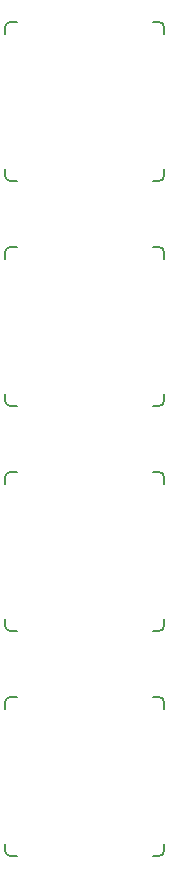
<source format=gbo>
%TF.GenerationSoftware,KiCad,Pcbnew,5.0.0+dfsg1-2*%
%TF.CreationDate,2019-02-10T19:26:03+01:00*%
%TF.ProjectId,yatara-puno-mx-4,7961746172612D70756E6F2D6D782D34,0.2*%
%TF.SameCoordinates,Original*%
%TF.FileFunction,Legend,Bot*%
%TF.FilePolarity,Positive*%
%FSLAX46Y46*%
G04 Gerber Fmt 4.6, Leading zero omitted, Abs format (unit mm)*
G04 Created by KiCad (PCBNEW 5.0.0+dfsg1-2) date Sun Feb 10 19:26:03 2019*
%MOMM*%
%LPD*%
G01*
G04 APERTURE LIST*
%ADD10C,0.150000*%
G04 APERTURE END LIST*
D10*
X67750000Y-36300000D02*
X68250000Y-36300000D01*
X67250000Y-36800000D02*
X67250000Y-37300000D01*
X67250000Y-49300000D02*
X67250000Y-48800000D01*
X67750000Y-49800000D02*
X68250000Y-49800000D01*
X80250000Y-49800000D02*
X79750000Y-49800000D01*
X80750000Y-49300000D02*
X80750000Y-48800000D01*
X80750000Y-36800000D02*
X80750000Y-37300000D01*
X80250000Y-36300000D02*
X79750000Y-36300000D01*
X67250000Y-36800000D02*
G75*
G02X67750000Y-36300000I500000J0D01*
G01*
X67750000Y-49800000D02*
G75*
G02X67250000Y-49300000I0J500000D01*
G01*
X80750000Y-49300000D02*
G75*
G02X80250000Y-49800000I-500000J0D01*
G01*
X80250000Y-36300000D02*
G75*
G02X80750000Y-36800000I0J-500000D01*
G01*
X80250000Y-93450000D02*
G75*
G02X80750000Y-93950000I0J-500000D01*
G01*
X80750000Y-106450000D02*
G75*
G02X80250000Y-106950000I-500000J0D01*
G01*
X67750000Y-106950000D02*
G75*
G02X67250000Y-106450000I0J500000D01*
G01*
X67250000Y-93950000D02*
G75*
G02X67750000Y-93450000I500000J0D01*
G01*
X80250000Y-93450000D02*
X79750000Y-93450000D01*
X80750000Y-93950000D02*
X80750000Y-94450000D01*
X80750000Y-106450000D02*
X80750000Y-105950000D01*
X80250000Y-106950000D02*
X79750000Y-106950000D01*
X67750000Y-106950000D02*
X68250000Y-106950000D01*
X67250000Y-106450000D02*
X67250000Y-105950000D01*
X67250000Y-93950000D02*
X67250000Y-94450000D01*
X67750000Y-93450000D02*
X68250000Y-93450000D01*
X67750000Y-74400000D02*
X68250000Y-74400000D01*
X67250000Y-74900000D02*
X67250000Y-75400000D01*
X67250000Y-87400000D02*
X67250000Y-86900000D01*
X67750000Y-87900000D02*
X68250000Y-87900000D01*
X80250000Y-87900000D02*
X79750000Y-87900000D01*
X80750000Y-87400000D02*
X80750000Y-86900000D01*
X80750000Y-74900000D02*
X80750000Y-75400000D01*
X80250000Y-74400000D02*
X79750000Y-74400000D01*
X67250000Y-74900000D02*
G75*
G02X67750000Y-74400000I500000J0D01*
G01*
X67750000Y-87900000D02*
G75*
G02X67250000Y-87400000I0J500000D01*
G01*
X80750000Y-87400000D02*
G75*
G02X80250000Y-87900000I-500000J0D01*
G01*
X80250000Y-74400000D02*
G75*
G02X80750000Y-74900000I0J-500000D01*
G01*
X80250000Y-55350000D02*
G75*
G02X80750000Y-55850000I0J-500000D01*
G01*
X80750000Y-68350000D02*
G75*
G02X80250000Y-68850000I-500000J0D01*
G01*
X67750000Y-68850000D02*
G75*
G02X67250000Y-68350000I0J500000D01*
G01*
X67250000Y-55850000D02*
G75*
G02X67750000Y-55350000I500000J0D01*
G01*
X80250000Y-55350000D02*
X79750000Y-55350000D01*
X80750000Y-55850000D02*
X80750000Y-56350000D01*
X80750000Y-68350000D02*
X80750000Y-67850000D01*
X80250000Y-68850000D02*
X79750000Y-68850000D01*
X67750000Y-68850000D02*
X68250000Y-68850000D01*
X67250000Y-68350000D02*
X67250000Y-67850000D01*
X67250000Y-55850000D02*
X67250000Y-56350000D01*
X67750000Y-55350000D02*
X68250000Y-55350000D01*
M02*

</source>
